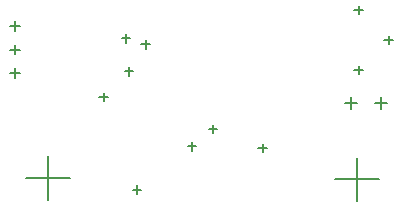
<source format=gbr>
G04*
G04 #@! TF.GenerationSoftware,Altium Limited,Altium Designer,25.3.3 (18)*
G04*
G04 Layer_Color=128*
%FSLAX44Y44*%
%MOMM*%
G71*
G04*
G04 #@! TF.SameCoordinates,BFC568DA-C1B5-42DE-8167-96A376B3F609*
G04*
G04*
G04 #@! TF.FilePolarity,Positive*
G04*
G01*
G75*
%ADD12C,0.1270*%
D12*
X682540Y1059180D02*
X719540D01*
X701040Y1040680D02*
Y1077680D01*
X407480Y1149173D02*
X415480D01*
X411480Y1145173D02*
Y1153173D01*
X407480Y1169173D02*
X415480D01*
X411480Y1165173D02*
Y1173173D01*
X407480Y1189173D02*
X415480D01*
X411480Y1185173D02*
Y1193173D01*
X420920Y1060450D02*
X457920D01*
X439420Y1041950D02*
Y1078950D01*
X716260Y1123950D02*
X726460D01*
X721360Y1118850D02*
Y1129050D01*
X690860Y1123950D02*
X701060D01*
X695960Y1118850D02*
Y1129050D01*
X698560Y1151890D02*
X706060D01*
X702310Y1148140D02*
Y1155640D01*
X723960Y1177290D02*
X731460D01*
X727710Y1173540D02*
Y1181040D01*
X698560Y1202690D02*
X706060D01*
X702310Y1198940D02*
Y1206440D01*
X482854Y1129030D02*
X489966D01*
X486410Y1125474D02*
Y1132586D01*
X501904Y1178560D02*
X509016D01*
X505460Y1175004D02*
Y1182116D01*
X518414Y1173480D02*
X525526D01*
X521970Y1169924D02*
Y1177036D01*
X617474Y1085850D02*
X624586D01*
X621030Y1082294D02*
Y1089406D01*
X504444Y1150620D02*
X511556D01*
X508000Y1147064D02*
Y1154176D01*
X557784Y1087120D02*
X564896D01*
X561340Y1083564D02*
Y1090676D01*
X575474Y1102083D02*
X582586D01*
X579030Y1098527D02*
Y1105639D01*
X511048Y1050544D02*
X518160D01*
X514604Y1046988D02*
Y1054100D01*
M02*

</source>
